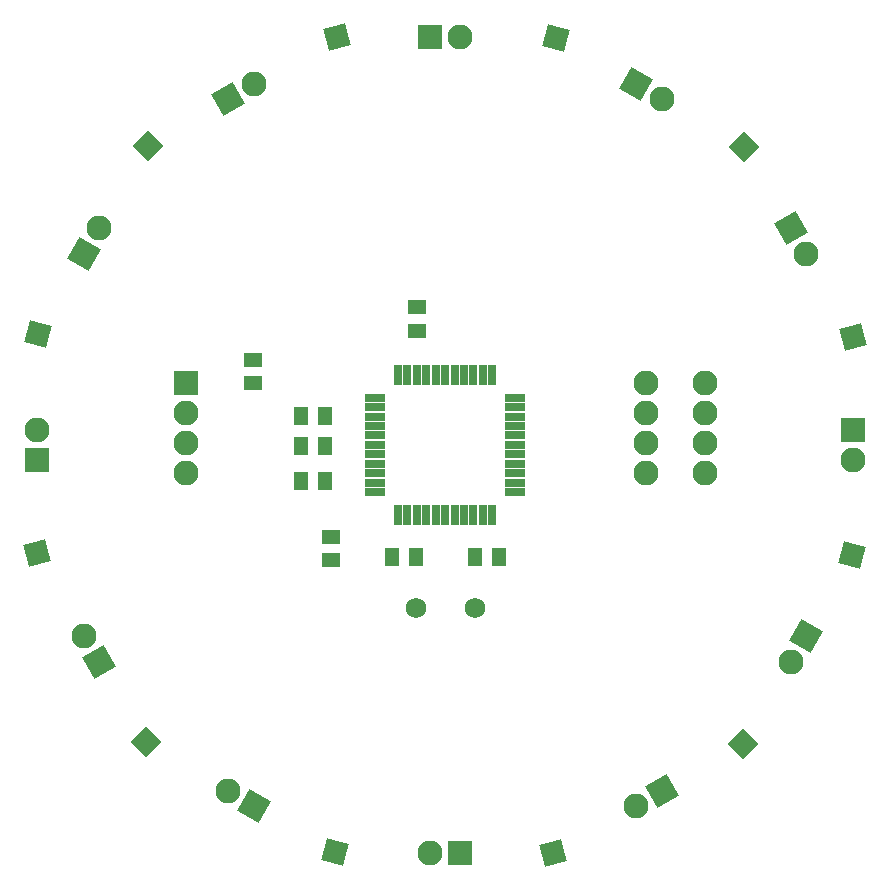
<source format=gts>
G04*
G04 #@! TF.GenerationSoftware,Altium Limited,Altium Designer,20.2.4 (192)*
G04*
G04 Layer_Color=8388736*
%FSLAX44Y44*%
%MOMM*%
G71*
G04*
G04 #@! TF.SameCoordinates,914F8371-8902-4B0D-8680-DBDBB12D949F*
G04*
G04*
G04 #@! TF.FilePolarity,Negative*
G04*
G01*
G75*
%ADD10C,0.0000*%
%ADD17R,0.7032X1.7032*%
%ADD18R,1.7032X0.7032*%
%ADD19R,1.3032X1.6032*%
%ADD20R,1.6032X1.3032*%
%ADD21C,2.1032*%
%ADD22P,2.9744X4X75.0*%
%ADD23P,2.9744X4X105.0*%
%ADD24R,2.1032X2.1032*%
%ADD25P,2.9744X4X165.0*%
%ADD26P,2.9744X4X195.0*%
%ADD27R,2.1032X2.1032*%
%ADD28C,1.7272*%
%ADD29P,2.6915X4X90.0*%
%ADD30P,2.6915X4X120.0*%
%ADD31P,2.6915X4X150.0*%
%ADD32P,2.6915X4X180.0*%
%ADD33P,2.6915X4X210.0*%
%ADD34P,2.6915X4X240.0*%
%ADD35C,2.1032*%
%ADD36O,2.1032X2.1032*%
%ADD37R,2.1032X2.1032*%
%ADD38C,0.6604*%
D10*
X835049Y1077670D02*
G03*
X835049Y1077670I-8710J0D01*
G01*
X813052Y1064970D02*
G03*
X813052Y1064970I-8710J0D01*
G01*
X703960Y955879D02*
G03*
X703960Y955879I-8710J0D01*
G01*
X691260Y933882D02*
G03*
X691260Y933882I-8710J0D01*
G01*
X651330Y784860D02*
G03*
X651330Y784860I-8710J0D01*
G01*
X651330Y759460D02*
G03*
X651330Y759460I-8710J0D01*
G01*
X691260Y610439D02*
G03*
X691260Y610439I-8710J0D01*
G01*
X703960Y588442D02*
G03*
X703960Y588442I-8710J0D01*
G01*
X813051Y479350D02*
G03*
X813051Y479350I-8710J0D01*
G01*
X835049Y466650D02*
G03*
X835049Y466650I-8710J0D01*
G01*
X984070Y426720D02*
G03*
X984070Y426720I-8710J0D01*
G01*
X1009470D02*
G03*
X1009470Y426720I-8710J0D01*
G01*
X1158491Y466650D02*
G03*
X1158491Y466650I-8710J0D01*
G01*
X1180489Y479350D02*
G03*
X1180489Y479350I-8710J0D01*
G01*
X1289580Y588441D02*
G03*
X1289580Y588441I-8710J0D01*
G01*
X1302280Y610438D02*
G03*
X1302280Y610438I-8710J0D01*
G01*
X1342210Y759460D02*
G03*
X1342210Y759460I-8710J0D01*
G01*
Y784860D02*
G03*
X1342210Y784860I-8710J0D01*
G01*
X1302280Y933881D02*
G03*
X1302280Y933881I-8710J0D01*
G01*
X1289580Y955879D02*
G03*
X1289580Y955879I-8710J0D01*
G01*
X1180489Y1064970D02*
G03*
X1180489Y1064970I-8710J0D01*
G01*
X1158492Y1077670D02*
G03*
X1158492Y1077670I-8710J0D01*
G01*
X1009470Y1117600D02*
G03*
X1009470Y1117600I-8710J0D01*
G01*
X984070D02*
G03*
X984070Y1117600I-8710J0D01*
G01*
X1216480Y798960D02*
G03*
X1216480Y798960I-8710J0D01*
G01*
Y824360D02*
G03*
X1216480Y824360I-8710J0D01*
G01*
X1166480Y798960D02*
G03*
X1166480Y798960I-8710J0D01*
G01*
Y824360D02*
G03*
X1166480Y824360I-8710J0D01*
G01*
Y773560D02*
G03*
X1166480Y773560I-8710J0D01*
G01*
Y748160D02*
G03*
X1166480Y748160I-8710J0D01*
G01*
X1216480Y773560D02*
G03*
X1216480Y773560I-8710J0D01*
G01*
Y748160D02*
G03*
X1216480Y748160I-8710J0D01*
G01*
D17*
X948060Y831160D02*
D03*
X956060D02*
D03*
X964060D02*
D03*
X972060D02*
D03*
X980060D02*
D03*
X988060D02*
D03*
X996060D02*
D03*
X1004060D02*
D03*
X1012060D02*
D03*
X1020060D02*
D03*
X1028060D02*
D03*
Y713160D02*
D03*
X1020060D02*
D03*
X1012060D02*
D03*
X1004060D02*
D03*
X996060D02*
D03*
X988060D02*
D03*
X980060D02*
D03*
X972060D02*
D03*
X964060D02*
D03*
X956060D02*
D03*
X948060D02*
D03*
D18*
X1047060Y812160D02*
D03*
Y804160D02*
D03*
Y796160D02*
D03*
Y788160D02*
D03*
Y780160D02*
D03*
Y772160D02*
D03*
Y764160D02*
D03*
Y756160D02*
D03*
Y748160D02*
D03*
Y740160D02*
D03*
Y732160D02*
D03*
X929060D02*
D03*
Y740160D02*
D03*
Y748160D02*
D03*
Y756160D02*
D03*
Y764160D02*
D03*
Y772160D02*
D03*
Y780160D02*
D03*
Y788160D02*
D03*
Y796160D02*
D03*
Y804160D02*
D03*
Y812160D02*
D03*
D19*
X963060Y676910D02*
D03*
X943060D02*
D03*
X866300Y741680D02*
D03*
X886300D02*
D03*
Y770890D02*
D03*
X866300D02*
D03*
X886300Y796290D02*
D03*
X866300D02*
D03*
X1013620Y676910D02*
D03*
X1033620D02*
D03*
D20*
X891540Y694530D02*
D03*
Y674530D02*
D03*
X964060Y888840D02*
D03*
Y868840D02*
D03*
X825500Y824390D02*
D03*
Y844390D02*
D03*
D21*
X826339Y1077670D02*
D03*
X695250Y955879D02*
D03*
X642620Y784860D02*
D03*
X682550Y610439D02*
D03*
X804341Y479350D02*
D03*
X975360Y426720D02*
D03*
X1149781Y466650D02*
D03*
X1280870Y588441D02*
D03*
X1333500Y759460D02*
D03*
X1293570Y933881D02*
D03*
X1171779Y1064970D02*
D03*
X1000760Y1117600D02*
D03*
X1207770Y798960D02*
D03*
Y824360D02*
D03*
X1157770Y798960D02*
D03*
Y824360D02*
D03*
Y773560D02*
D03*
Y748160D02*
D03*
X1207770Y773560D02*
D03*
Y748160D02*
D03*
D22*
X804342Y1064970D02*
D03*
X1171778Y479350D02*
D03*
D23*
X682550Y933882D02*
D03*
X1293570Y610438D02*
D03*
D24*
X642620Y759460D02*
D03*
X1333500Y784860D02*
D03*
D25*
X695250Y588442D02*
D03*
X1280870Y955879D02*
D03*
D26*
X826339Y466650D02*
D03*
X1149781Y1077670D02*
D03*
D27*
X1000760Y426720D02*
D03*
X975360Y1117600D02*
D03*
D28*
X1013060Y634286D02*
D03*
X963060D02*
D03*
D29*
X736151Y1025600D02*
D03*
X1239969Y518720D02*
D03*
D30*
X643180Y865691D02*
D03*
X1332940Y678629D02*
D03*
D31*
X642620Y680720D02*
D03*
X1333500Y863600D02*
D03*
D32*
X734620Y520251D02*
D03*
X1241500Y1024069D02*
D03*
D33*
X894529Y427280D02*
D03*
X1081591Y1117040D02*
D03*
D34*
X1079500Y426720D02*
D03*
X896620Y1117600D02*
D03*
D35*
X768350Y748160D02*
D03*
D36*
Y773560D02*
D03*
Y798960D02*
D03*
D37*
Y824360D02*
D03*
D38*
X1033620Y676910D02*
D03*
M02*

</source>
